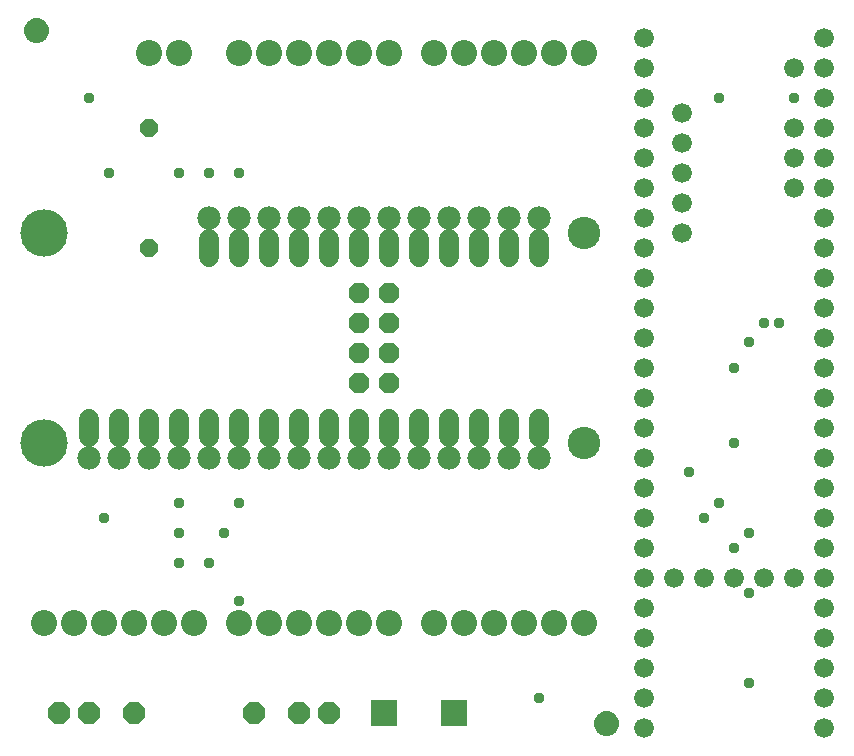
<source format=gbr>
G04 EAGLE Gerber X2 export*
G75*
%MOMM*%
%FSLAX34Y34*%
%LPD*%
%AMOC8*
5,1,8,0,0,1.08239X$1,22.5*%
G01*
%ADD10C,2.743200*%
%ADD11C,4.013200*%
%ADD12C,1.981200*%
%ADD13C,2.203200*%
%ADD14P,1.869504X8X292.500000*%
%ADD15C,1.727200*%
%ADD16C,1.676400*%
%ADD17P,1.649562X8X112.500000*%
%ADD18P,2.034460X8X22.500000*%
%ADD19R,2.203200X2.203200*%
%ADD20C,0.959600*%

G36*
X20842Y668970D02*
X20842Y668970D01*
X20885Y668982D01*
X20951Y668989D01*
X22634Y669440D01*
X22675Y669459D01*
X22738Y669478D01*
X24318Y670215D01*
X24355Y670241D01*
X24414Y670270D01*
X25842Y671270D01*
X25873Y671302D01*
X25926Y671341D01*
X27159Y672574D01*
X27184Y672610D01*
X27230Y672658D01*
X28230Y674086D01*
X28248Y674127D01*
X28285Y674182D01*
X29022Y675762D01*
X29033Y675805D01*
X29060Y675866D01*
X29511Y677549D01*
X29513Y677581D01*
X29520Y677602D01*
X29520Y677617D01*
X29530Y677658D01*
X29682Y679395D01*
X29678Y679439D01*
X29682Y679505D01*
X29530Y681242D01*
X29518Y681285D01*
X29511Y681351D01*
X29060Y683034D01*
X29041Y683075D01*
X29022Y683138D01*
X28285Y684718D01*
X28259Y684755D01*
X28230Y684814D01*
X27230Y686242D01*
X27198Y686273D01*
X27159Y686326D01*
X25926Y687559D01*
X25890Y687584D01*
X25842Y687630D01*
X24414Y688630D01*
X24373Y688648D01*
X24318Y688685D01*
X22738Y689422D01*
X22695Y689433D01*
X22634Y689460D01*
X20951Y689911D01*
X20906Y689914D01*
X20842Y689930D01*
X19105Y690082D01*
X19061Y690078D01*
X18995Y690082D01*
X17258Y689930D01*
X17215Y689918D01*
X17149Y689911D01*
X15466Y689460D01*
X15425Y689441D01*
X15362Y689422D01*
X13782Y688685D01*
X13745Y688659D01*
X13686Y688630D01*
X12258Y687630D01*
X12227Y687598D01*
X12174Y687559D01*
X10941Y686326D01*
X10916Y686290D01*
X10870Y686242D01*
X9870Y684814D01*
X9852Y684773D01*
X9815Y684718D01*
X9078Y683138D01*
X9067Y683095D01*
X9040Y683034D01*
X8589Y681351D01*
X8586Y681306D01*
X8570Y681242D01*
X8418Y679505D01*
X8422Y679461D01*
X8418Y679395D01*
X8570Y677658D01*
X8582Y677615D01*
X8586Y677581D01*
X8586Y677565D01*
X8588Y677560D01*
X8589Y677549D01*
X9040Y675866D01*
X9059Y675825D01*
X9078Y675762D01*
X9815Y674182D01*
X9841Y674145D01*
X9870Y674086D01*
X10870Y672658D01*
X10902Y672627D01*
X10941Y672574D01*
X12174Y671341D01*
X12210Y671316D01*
X12258Y671270D01*
X13686Y670270D01*
X13727Y670252D01*
X13782Y670215D01*
X15362Y669478D01*
X15405Y669467D01*
X15466Y669440D01*
X17149Y668989D01*
X17194Y668986D01*
X17258Y668970D01*
X18995Y668818D01*
X19039Y668822D01*
X19105Y668818D01*
X20842Y668970D01*
G37*
G36*
X503442Y82230D02*
X503442Y82230D01*
X503485Y82242D01*
X503551Y82249D01*
X505234Y82700D01*
X505275Y82719D01*
X505338Y82738D01*
X506918Y83475D01*
X506955Y83501D01*
X507014Y83530D01*
X508442Y84530D01*
X508473Y84562D01*
X508526Y84601D01*
X509759Y85834D01*
X509784Y85870D01*
X509830Y85918D01*
X510830Y87346D01*
X510848Y87387D01*
X510885Y87442D01*
X511622Y89022D01*
X511633Y89065D01*
X511660Y89126D01*
X512111Y90809D01*
X512113Y90841D01*
X512120Y90862D01*
X512120Y90877D01*
X512130Y90918D01*
X512282Y92655D01*
X512278Y92699D01*
X512282Y92765D01*
X512130Y94502D01*
X512118Y94545D01*
X512111Y94611D01*
X511660Y96294D01*
X511641Y96335D01*
X511622Y96398D01*
X510885Y97978D01*
X510859Y98015D01*
X510830Y98074D01*
X509830Y99502D01*
X509798Y99533D01*
X509759Y99586D01*
X508526Y100819D01*
X508490Y100844D01*
X508442Y100890D01*
X507014Y101890D01*
X506973Y101908D01*
X506918Y101945D01*
X505338Y102682D01*
X505295Y102693D01*
X505234Y102720D01*
X503551Y103171D01*
X503506Y103174D01*
X503442Y103190D01*
X501705Y103342D01*
X501661Y103338D01*
X501595Y103342D01*
X499858Y103190D01*
X499815Y103178D01*
X499749Y103171D01*
X498066Y102720D01*
X498025Y102701D01*
X497962Y102682D01*
X496382Y101945D01*
X496345Y101919D01*
X496286Y101890D01*
X494858Y100890D01*
X494827Y100858D01*
X494774Y100819D01*
X493541Y99586D01*
X493516Y99550D01*
X493470Y99502D01*
X492470Y98074D01*
X492452Y98033D01*
X492415Y97978D01*
X491678Y96398D01*
X491667Y96355D01*
X491640Y96294D01*
X491189Y94611D01*
X491186Y94566D01*
X491170Y94502D01*
X491018Y92765D01*
X491022Y92721D01*
X491018Y92655D01*
X491170Y90918D01*
X491182Y90875D01*
X491186Y90841D01*
X491186Y90825D01*
X491188Y90820D01*
X491189Y90809D01*
X491640Y89126D01*
X491659Y89085D01*
X491678Y89022D01*
X492415Y87442D01*
X492441Y87405D01*
X492470Y87346D01*
X493470Y85918D01*
X493502Y85887D01*
X493541Y85834D01*
X494774Y84601D01*
X494810Y84576D01*
X494858Y84530D01*
X496286Y83530D01*
X496327Y83512D01*
X496382Y83475D01*
X497962Y82738D01*
X498005Y82727D01*
X498066Y82700D01*
X499749Y82249D01*
X499794Y82246D01*
X499858Y82230D01*
X501595Y82078D01*
X501639Y82082D01*
X501705Y82078D01*
X503442Y82230D01*
G37*
D10*
X482600Y508000D03*
X482600Y330200D03*
D11*
X25400Y508000D03*
X25400Y330200D03*
D12*
X165100Y520700D03*
X190500Y520700D03*
X215900Y520700D03*
X241300Y520700D03*
X266700Y520700D03*
X292100Y520700D03*
X317500Y520700D03*
X342900Y520700D03*
X368300Y520700D03*
X393700Y520700D03*
X419100Y520700D03*
X444500Y520700D03*
X165100Y317500D03*
X190500Y317500D03*
X215900Y317500D03*
X241300Y317500D03*
X266700Y317500D03*
X292100Y317500D03*
X317500Y317500D03*
X342900Y317500D03*
X368300Y317500D03*
X393700Y317500D03*
X419100Y317500D03*
X444500Y317500D03*
X139700Y317500D03*
X114300Y317500D03*
X88900Y317500D03*
X63500Y317500D03*
D13*
X482600Y660400D03*
X457200Y660400D03*
X432100Y660400D03*
X406700Y660400D03*
X381300Y660400D03*
X355900Y660400D03*
X317500Y660400D03*
X292100Y660400D03*
X267000Y660400D03*
X241600Y660400D03*
X216200Y660400D03*
X190800Y660400D03*
X25400Y177800D03*
X50800Y177800D03*
X75900Y177800D03*
X101300Y177800D03*
X126700Y177800D03*
X152100Y177800D03*
X190500Y177800D03*
X215900Y177800D03*
X241000Y177800D03*
X266400Y177800D03*
X291800Y177800D03*
X317200Y177800D03*
X355600Y177800D03*
X381000Y177800D03*
X406100Y177800D03*
X431500Y177800D03*
X456900Y177800D03*
X482300Y177800D03*
D14*
X292100Y457200D03*
X317500Y457200D03*
X292100Y431800D03*
X317500Y431800D03*
X292100Y406400D03*
X317500Y406400D03*
X292100Y381000D03*
X317500Y381000D03*
D15*
X63500Y350520D02*
X63500Y335280D01*
X88900Y335280D02*
X88900Y350520D01*
X114300Y350520D02*
X114300Y335280D01*
X139700Y335280D02*
X139700Y350520D01*
X165100Y350520D02*
X165100Y335280D01*
X190500Y335280D02*
X190500Y350520D01*
X215900Y350520D02*
X215900Y335280D01*
X241300Y335280D02*
X241300Y350520D01*
X266700Y350520D02*
X266700Y335280D01*
X292100Y335280D02*
X292100Y350520D01*
X317500Y350520D02*
X317500Y335280D01*
X342900Y335280D02*
X342900Y350520D01*
X368300Y350520D02*
X368300Y335280D01*
X393700Y335280D02*
X393700Y350520D01*
X419100Y350520D02*
X419100Y335280D01*
X444500Y335280D02*
X444500Y350520D01*
X444500Y487680D02*
X444500Y502920D01*
X419100Y502920D02*
X419100Y487680D01*
X393700Y487680D02*
X393700Y502920D01*
X368300Y502920D02*
X368300Y487680D01*
X342900Y487680D02*
X342900Y502920D01*
X317500Y502920D02*
X317500Y487680D01*
X292100Y487680D02*
X292100Y502920D01*
X266700Y502920D02*
X266700Y487680D01*
X241300Y487680D02*
X241300Y502920D01*
X215900Y502920D02*
X215900Y487680D01*
X190500Y487680D02*
X190500Y502920D01*
X165100Y502920D02*
X165100Y487680D01*
D13*
X139700Y660400D03*
X114300Y660400D03*
D16*
X533400Y622300D03*
X533400Y596900D03*
X533400Y571500D03*
X533400Y546100D03*
X533400Y520700D03*
X533400Y495300D03*
X533400Y469900D03*
X533400Y444500D03*
X533400Y419100D03*
X533400Y393700D03*
X533400Y368300D03*
X533400Y342900D03*
X685800Y342900D03*
X685800Y368300D03*
X685800Y393700D03*
X685800Y419100D03*
X685800Y444500D03*
X685800Y469900D03*
X685800Y495300D03*
X685800Y520700D03*
X685800Y546100D03*
X685800Y571500D03*
X685800Y596900D03*
X533400Y647700D03*
X685800Y622300D03*
X685800Y647700D03*
X533400Y673100D03*
X685800Y673100D03*
X533400Y317500D03*
X685800Y317500D03*
X533400Y292100D03*
X533400Y266700D03*
X533400Y241300D03*
X533400Y215900D03*
X533400Y190500D03*
X533400Y165100D03*
X533400Y139700D03*
X533400Y114300D03*
X533400Y88900D03*
X685800Y88900D03*
X685800Y114300D03*
X685800Y139700D03*
X685800Y165100D03*
X685800Y190500D03*
X685800Y215900D03*
X685800Y241300D03*
X685800Y266700D03*
X685800Y292100D03*
X558800Y215900D03*
X609600Y215900D03*
X635000Y215900D03*
X584200Y215900D03*
X660400Y215900D03*
X660400Y647700D03*
X660400Y596900D03*
X660400Y571500D03*
X660400Y546100D03*
X565150Y609600D03*
X565150Y584200D03*
X565150Y558800D03*
X565150Y533400D03*
X565150Y508000D03*
D17*
X114300Y495300D03*
X114300Y596900D03*
D18*
X38100Y101600D03*
X63500Y101600D03*
X241300Y101600D03*
X266700Y101600D03*
X101600Y101600D03*
X203200Y101600D03*
D19*
X312900Y101600D03*
X372900Y101600D03*
D20*
X63500Y622300D03*
X190500Y196718D03*
X190500Y279400D03*
X139700Y279400D03*
X444500Y114300D03*
X622300Y127000D03*
X609600Y241300D03*
X609600Y393700D03*
X571500Y306070D03*
X584200Y266700D03*
X596900Y279400D03*
X622300Y203200D03*
X622300Y254000D03*
X647700Y431800D03*
X622300Y416108D03*
X660400Y622300D03*
X635000Y431800D03*
X609600Y330200D03*
X165100Y228600D03*
X139700Y228600D03*
X79982Y558800D03*
X139700Y558800D03*
X165100Y558800D03*
X190500Y558800D03*
X596900Y622300D03*
X76200Y266700D03*
X139700Y254000D03*
X177800Y254000D03*
M02*

</source>
